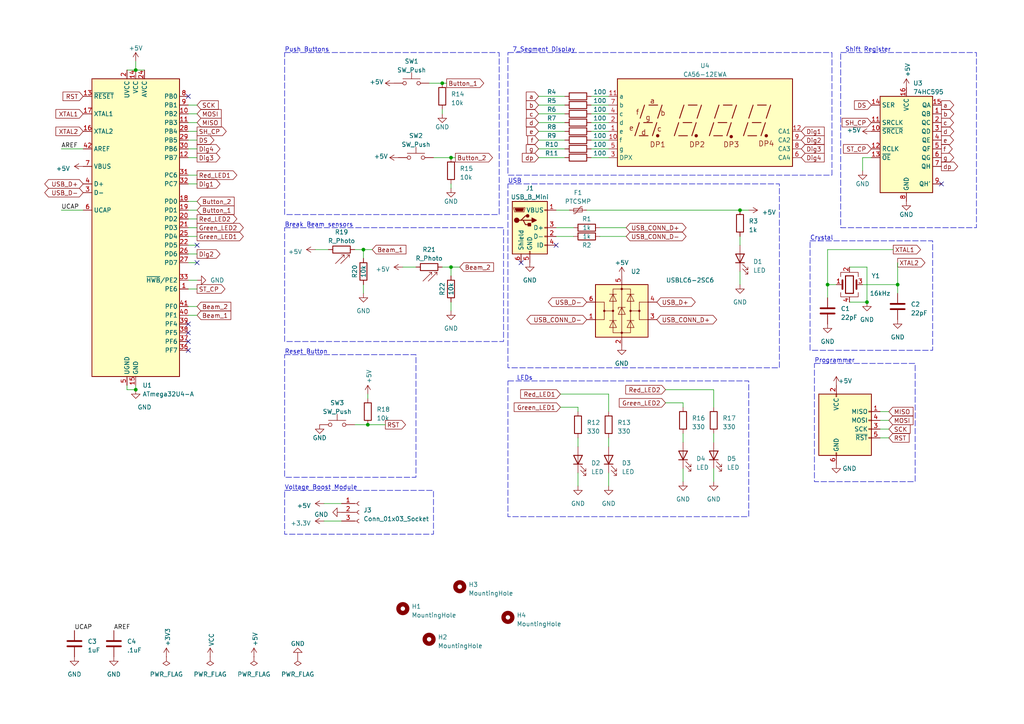
<source format=kicad_sch>
(kicad_sch (version 20230121) (generator eeschema)
  (paper "A4")
  (lib_symbols
    (symbol "+5V_1" (power) (pin_names (offset 0))
      (property "Value" "+5V_1" (at 0 3.556 0))
      (symbol "+5V_1_1_1"
        (pin power_in line (at 0 0 90) (length 0) hide (name "+5V") (number "1"))
      )
    )
    (symbol "+5V_3" (power) (pin_names (offset 0))
      (property "Value" "+5V_3" (at 0 3.556 0))
      (symbol "+5V_3_1_1"
        (pin power_in line (at 0 0 90) (length 0) hide (name "+5V") (number "1"))
      )
    )
    (symbol "+5V_4" (power) (pin_names (offset 0))
      (property "Value" "+5V_4" (at 0 3.556 0))
      (symbol "+5V_4_1_1"
        (pin power_in line (at 0 0 90) (length 0) hide (name "+5V") (number "1"))
      )
    )
    (symbol "+5V_5" (power) (pin_names (offset 0))
      (property "Value" "+5V_5" (at 0 3.556 0))
      (symbol "+5V_5_1_1"
        (pin power_in line (at 0 0 90) (length 0) hide (name "+5V") (number "1"))
      )
    )
    (symbol "+5V_6" (power) (pin_names (offset 0))
      (property "Value" "+5V_6" (at 0 3.556 0))
      (symbol "+5V_6_1_1"
        (pin power_in line (at 0 0 90) (length 0) hide (name "+5V") (number "1"))
      )
    )
    (symbol "+5V_7" (power) (pin_names (offset 0))
      (property "Value" "+5V_7" (at 0 3.556 0))
      (symbol "+5V_7_1_1"
        (pin power_in line (at 0 0 90) (length 0) hide (name "+5V") (number "1"))
      )
    )
    (symbol "74xx:74HC595"
      (property "Reference" "U" (at -7.62 13.97 0))
      (property "Value" "74HC595" (at -7.62 -16.51 0))
      (symbol "74HC595_1_0"
        (pin tri_state line (at 10.16 7.62 180) (length 2.54) (name "QB") (number "1"))
        (pin input line (at -10.16 2.54 0) (length 2.54) (name "~{SRCLR}") (number "10"))
        (pin input line (at -10.16 5.08 0) (length 2.54) (name "SRCLK") (number "11"))
        (pin input line (at -10.16 -2.54 0) (length 2.54) (name "RCLK") (number "12"))
        (pin input line (at -10.16 -5.08 0) (length 2.54) (name "~{OE}") (number "13"))
        (pin input line (at -10.16 10.16 0) (length 2.54) (name "SER") (number "14"))
        (pin tri_state line (at 10.16 10.16 180) (length 2.54) (name "QA") (number "15"))
        (pin power_in line (at 0 15.24 270) (length 2.54) (name "VCC") (number "16"))
        (pin tri_state line (at 10.16 5.08 180) (length 2.54) (name "QC") (number "2"))
        (pin tri_state line (at 10.16 2.54 180) (length 2.54) (name "QD") (number "3"))
        (pin tri_state line (at 10.16 0 180) (length 2.54) (name "QE") (number "4"))
        (pin tri_state line (at 10.16 -2.54 180) (length 2.54) (name "QF") (number "5"))
        (pin tri_state line (at 10.16 -5.08 180) (length 2.54) (name "QG") (number "6"))
        (pin tri_state line (at 10.16 -7.62 180) (length 2.54) (name "QH") (number "7"))
        (pin power_in line (at 0 -17.78 90) (length 2.54) (name "GND") (number "8"))
        (pin output line (at 10.16 -12.7 180) (length 2.54) (name "QH'") (number "9"))
      )
    )
    (symbol "Connector:AVR-ISP-6" (pin_names (offset 1.016))
      (property "Reference" "J" (at -6.35 11.43 0))
      (property "Value" "AVR-ISP-6" (at 0 11.43 0))
      (symbol "AVR-ISP-6_1_1"
        (pin passive line (at 10.16 5.08 180) (length 2.54) (name "MISO") (number "1"))
        (pin passive line (at -2.54 12.7 270) (length 2.54) (name "VCC") (number "2"))
        (pin passive line (at 10.16 0 180) (length 2.54) (name "SCK") (number "3"))
        (pin passive line (at 10.16 2.54 180) (length 2.54) (name "MOSI") (number "4"))
        (pin passive line (at 10.16 -2.54 180) (length 2.54) (name "~{RST}") (number "5"))
        (pin passive line (at -2.54 -10.16 90) (length 2.54) (name "GND") (number "6"))
      )
    )
    (symbol "Connector:Conn_01x03_Socket" (pin_names (offset 1.016) hide)
      (property "Reference" "J" (at 0 5.08 0))
      (property "Value" "Conn_01x03_Socket" (at 0 -5.08 0))
      (symbol "Conn_01x03_Socket_1_1"
        (pin passive line (at -5.08 2.54 0) (length 3.81) (name "Pin_1") (number "1"))
        (pin passive line (at -5.08 0 0) (length 3.81) (name "Pin_2") (number "2"))
        (pin passive line (at -5.08 -2.54 0) (length 3.81) (name "Pin_3") (number "3"))
      )
    )
    (symbol "Connector:USB_B_Mini" (pin_names (offset 1.016))
      (property "Reference" "J" (at -5.08 11.43 0))
      (property "Value" "USB_B_Mini" (at -5.08 8.89 0))
      (symbol "USB_B_Mini_1_1"
        (pin power_out line (at 7.62 5.08 180) (length 2.54) (name "VBUS") (number "1"))
        (pin bidirectional line (at 7.62 -2.54 180) (length 2.54) (name "D-") (number "2"))
        (pin bidirectional line (at 7.62 0 180) (length 2.54) (name "D+") (number "3"))
        (pin passive line (at 7.62 -5.08 180) (length 2.54) (name "ID") (number "4"))
        (pin power_out line (at 0 -10.16 90) (length 2.54) (name "GND") (number "5"))
        (pin passive line (at -2.54 -10.16 90) (length 2.54) (name "Shield") (number "6"))
      )
    )
    (symbol "Device:C" (pin_numbers hide) (pin_names (offset 0.254))
      (property "Reference" "C" (at 0.635 2.54 0))
      (property "Value" "C" (at 0.635 -2.54 0))
      (symbol "C_1_1"
        (pin passive line (at 0 3.81 270) (length 2.794) (name "~") (number "1"))
        (pin passive line (at 0 -3.81 90) (length 2.794) (name "~") (number "2"))
      )
    )
    (symbol "Device:Crystal_GND24" (pin_names (offset 1.016) hide)
      (property "Reference" "Y" (at 3.175 5.08 0))
      (property "Value" "Crystal_GND24" (at 3.175 3.175 0))
      (symbol "Crystal_GND24_1_1"
        (pin passive line (at -3.81 0 0) (length 1.27) (name "1") (number "1"))
        (pin passive line (at 0 5.08 270) (length 1.27) (name "2") (number "2"))
        (pin passive line (at 3.81 0 180) (length 1.27) (name "3") (number "3"))
        (pin passive line (at 0 -5.08 90) (length 1.27) (name "4") (number "4"))
      )
    )
    (symbol "Device:LED" (pin_numbers hide) (pin_names (offset 1.016) hide)
      (property "Reference" "D" (at 0 2.54 0))
      (property "Value" "LED" (at 0 -2.54 0))
      (symbol "LED_1_1"
        (pin passive line (at -3.81 0 0) (length 2.54) (name "K") (number "1"))
        (pin passive line (at 3.81 0 180) (length 2.54) (name "A") (number "2"))
      )
    )
    (symbol "Device:Polyfuse_Small" (pin_numbers hide) (pin_names (offset 0))
      (property "Reference" "F" (at -1.905 0 90))
      (property "Value" "Polyfuse_Small" (at 1.905 0 90))
      (symbol "Polyfuse_Small_1_1"
        (pin passive line (at 0 2.54 270) (length 0.635) (name "~") (number "1"))
        (pin passive line (at 0 -2.54 90) (length 0.635) (name "~") (number "2"))
      )
    )
    (symbol "Device:R" (pin_numbers hide) (pin_names (offset 0))
      (property "Reference" "R" (at 2.032 0 90))
      (property "Value" "R" (at 0 0 90))
      (symbol "R_1_1"
        (pin passive line (at 0 3.81 270) (length 1.27) (name "~") (number "1"))
        (pin passive line (at 0 -3.81 90) (length 1.27) (name "~") (number "2"))
      )
    )
    (symbol "Device:R_Photo" (pin_numbers hide) (pin_names (offset 0))
      (property "Reference" "R" (at 1.27 1.27 0))
      (property "Value" "R_Photo" (at 1.27 0 0))
      (symbol "R_Photo_1_1"
        (pin passive line (at 0 3.81 270) (length 1.27) (name "~") (number "1"))
        (pin passive line (at 0 -3.81 90) (length 1.27) (name "~") (number "2"))
      )
    )
    (symbol "Display_Character:CA56-12EWA"
      (property "Reference" "U" (at -24.13 13.97 0))
      (property "Value" "CA56-12EWA" (at 19.05 13.97 0))
      (symbol "CA56-12EWA_0_0"
        (text "a" (at -15.24 6.35 0) (effects (font (size 1.524 1.524))))
        (text "b" (at -12.192 2.794 0) (effects (font (size 1.524 1.524))))
        (text "c" (at -13.208 -1.778 0) (effects (font (size 1.524 1.524))))
        (text "d" (at -17.78 -2.794 0) (effects (font (size 1.524 1.524))))
        (text "DP1" (at -13.716 -6.35 0) (effects (font (size 1.524 1.524))))
        (text "DP2" (at -2.286 -6.35 0) (effects (font (size 1.524 1.524))))
        (text "DP3" (at 7.62 -6.35 0) (effects (font (size 1.524 1.524))))
        (text "DP4" (at 17.78 -6.096 0) (effects (font (size 1.524 1.524))))
        (text "e" (at -21.336 -1.524 0) (effects (font (size 1.524 1.524))))
        (text "f" (at -19.558 3.048 0) (effects (font (size 1.524 1.524))))
        (text "g" (at -16.51 1.524 0) (effects (font (size 1.524 1.524))))
      )
      (symbol "CA56-12EWA_1_1"
        (pin input line (at -27.94 -2.54 0) (length 2.54) (name "e") (number "1"))
        (pin input line (at -27.94 -5.08 0) (length 2.54) (name "f") (number "10"))
        (pin input line (at -27.94 7.62 0) (length 2.54) (name "a") (number "11"))
        (pin input line (at 27.94 -2.54 180) (length 2.54) (name "CA1") (number "12"))
        (pin input line (at -27.94 0 0) (length 2.54) (name "d") (number "2"))
        (pin input line (at -27.94 -10.16 0) (length 2.54) (name "DPX") (number "3"))
        (pin input line (at -27.94 2.54 0) (length 2.54) (name "c") (number "4"))
        (pin input line (at -27.94 -7.62 0) (length 2.54) (name "g") (number "5"))
        (pin input line (at 27.94 -10.16 180) (length 2.54) (name "CA4") (number "6"))
        (pin input line (at -27.94 5.08 0) (length 2.54) (name "b") (number "7"))
        (pin input line (at 27.94 -7.62 180) (length 2.54) (name "CA3") (number "8"))
        (pin input line (at 27.94 -5.08 180) (length 2.54) (name "CA2") (number "9"))
      )
    )
    (symbol "GND_1" (power) (pin_names (offset 0))
      (property "Value" "GND_1" (at 0 -3.81 0))
      (symbol "GND_1_1_1"
        (pin power_in line (at 0 0 270) (length 0) hide (name "GND") (number "1"))
      )
    )
    (symbol "GND_10" (power) (pin_names (offset 0))
      (property "Value" "GND_10" (at 0 -3.81 0))
      (symbol "GND_10_1_1"
        (pin power_in line (at 0 0 270) (length 0) hide (name "GND") (number "1"))
      )
    )
    (symbol "GND_2" (power) (pin_names (offset 0))
      (property "Value" "GND_2" (at 0 -3.81 0))
      (symbol "GND_2_1_1"
        (pin power_in line (at 0 0 270) (length 0) hide (name "GND") (number "1"))
      )
    )
    (symbol "GND_3" (power) (pin_names (offset 0))
      (property "Value" "GND_3" (at 0 -3.81 0))
      (symbol "GND_3_1_1"
        (pin power_in line (at 0 0 270) (length 0) hide (name "GND") (number "1"))
      )
    )
    (symbol "GND_4" (power) (pin_names (offset 0))
      (property "Value" "GND_4" (at 0 -3.81 0))
      (symbol "GND_4_1_1"
        (pin power_in line (at 0 0 270) (length 0) hide (name "GND") (number "1"))
      )
    )
    (symbol "GND_5" (power) (pin_names (offset 0))
      (property "Value" "GND_5" (at 0 -3.81 0))
      (symbol "GND_5_1_1"
        (pin power_in line (at 0 0 270) (length 0) hide (name "GND") (number "1"))
      )
    )
    (symbol "GND_6" (power) (pin_names (offset 0))
      (property "Value" "GND_6" (at 0 -3.81 0))
      (symbol "GND_6_1_1"
        (pin power_in line (at 0 0 270) (length 0) hide (name "GND") (number "1"))
      )
    )
    (symbol "GND_7" (power) (pin_names (offset 0))
      (property "Value" "GND_7" (at 0 -3.81 0))
      (symbol "GND_7_1_1"
        (pin power_in line (at 0 0 270) (length 0) hide (name "GND") (number "1"))
      )
    )
    (symbol "GND_9" (power) (pin_names (offset 0))
      (property "Value" "GND_9" (at 0 -3.81 0))
      (symbol "GND_9_1_1"
        (pin power_in line (at 0 0 270) (length 0) hide (name "GND") (number "1"))
      )
    )
    (symbol "MCU_Microchip_ATmega:ATmega32U4-A"
      (property "Reference" "U" (at -12.7 44.45 0))
      (property "Value" "ATmega32U4-A" (at 2.54 -44.45 0))
      (symbol "ATmega32U4-A_1_1"
        (pin bidirectional line (at 15.24 -17.78 180) (length 2.54) (name "PE6") (number "1"))
        (pin bidirectional line (at 15.24 33.02 180) (length 2.54) (name "PB2") (number "10"))
        (pin bidirectional line (at 15.24 30.48 180) (length 2.54) (name "PB3") (number "11"))
        (pin bidirectional line (at 15.24 20.32 180) (length 2.54) (name "PB7") (number "12"))
        (pin input line (at -15.24 38.1 0) (length 2.54) (name "~{RESET}") (number "13"))
        (pin power_in line (at 0 45.72 270) (length 2.54) (name "VCC") (number "14"))
        (pin power_in line (at 0 -45.72 90) (length 2.54) (name "GND") (number "15"))
        (pin output line (at -15.24 27.94 0) (length 2.54) (name "XTAL2") (number "16"))
        (pin input line (at -15.24 33.02 0) (length 2.54) (name "XTAL1") (number "17"))
        (pin bidirectional line (at 15.24 7.62 180) (length 2.54) (name "PD0") (number "18"))
        (pin bidirectional line (at 15.24 5.08 180) (length 2.54) (name "PD1") (number "19"))
        (pin power_in line (at -2.54 45.72 270) (length 2.54) (name "UVCC") (number "2"))
        (pin bidirectional line (at 15.24 2.54 180) (length 2.54) (name "PD2") (number "20"))
        (pin bidirectional line (at 15.24 0 180) (length 2.54) (name "PD3") (number "21"))
        (pin bidirectional line (at 15.24 -5.08 180) (length 2.54) (name "PD5") (number "22"))
        (pin passive line (at 0 -45.72 90) (length 2.54) hide (name "GND") (number "23"))
        (pin power_in line (at 2.54 45.72 270) (length 2.54) (name "AVCC") (number "24"))
        (pin bidirectional line (at 15.24 -2.54 180) (length 2.54) (name "PD4") (number "25"))
        (pin bidirectional line (at 15.24 -7.62 180) (length 2.54) (name "PD6") (number "26"))
        (pin bidirectional line (at 15.24 -10.16 180) (length 2.54) (name "PD7") (number "27"))
        (pin bidirectional line (at 15.24 27.94 180) (length 2.54) (name "PB4") (number "28"))
        (pin bidirectional line (at 15.24 25.4 180) (length 2.54) (name "PB5") (number "29"))
        (pin bidirectional line (at -15.24 10.16 0) (length 2.54) (name "D-") (number "3"))
        (pin bidirectional line (at 15.24 22.86 180) (length 2.54) (name "PB6") (number "30"))
        (pin bidirectional line (at 15.24 15.24 180) (length 2.54) (name "PC6") (number "31"))
        (pin bidirectional line (at 15.24 12.7 180) (length 2.54) (name "PC7") (number "32"))
        (pin bidirectional line (at 15.24 -15.24 180) (length 2.54) (name "~{HWB}/PE2") (number "33"))
        (pin passive line (at 0 45.72 270) (length 2.54) hide (name "VCC") (number "34"))
        (pin passive line (at 0 -45.72 90) (length 2.54) hide (name "GND") (number "35"))
        (pin bidirectional line (at 15.24 -35.56 180) (length 2.54) (name "PF7") (number "36"))
        (pin bidirectional line (at 15.24 -33.02 180) (length 2.54) (name "PF6") (number "37"))
        (pin bidirectional line (at 15.24 -30.48 180) (length 2.54) (name "PF5") (number "38"))
        (pin bidirectional line (at 15.24 -27.94 180) (length 2.54) (name "PF4") (number "39"))
        (pin bidirectional line (at -15.24 12.7 0) (length 2.54) (name "D+") (number "4"))
        (pin bidirectional line (at 15.24 -25.4 180) (length 2.54) (name "PF1") (number "40"))
        (pin bidirectional line (at 15.24 -22.86 180) (length 2.54) (name "PF0") (number "41"))
        (pin passive line (at -15.24 22.86 0) (length 2.54) (name "AREF") (number "42"))
        (pin passive line (at 0 -45.72 90) (length 2.54) hide (name "GND") (number "43"))
        (pin passive line (at 2.54 45.72 270) (length 2.54) hide (name "AVCC") (number "44"))
        (pin passive line (at -2.54 -45.72 90) (length 2.54) (name "UGND") (number "5"))
        (pin passive line (at -15.24 5.08 0) (length 2.54) (name "UCAP") (number "6"))
        (pin input line (at -15.24 17.78 0) (length 2.54) (name "VBUS") (number "7"))
        (pin bidirectional line (at 15.24 38.1 180) (length 2.54) (name "PB0") (number "8"))
        (pin bidirectional line (at 15.24 35.56 180) (length 2.54) (name "PB1") (number "9"))
      )
    )
    (symbol "Mechanical:MountingHole" (pin_names (offset 1.016))
      (property "Reference" "H" (at 0 5.08 0))
      (property "Value" "MountingHole" (at 0 3.175 0))
    )
    (symbol "Power_Protection:USBLC6-2SC6" (pin_names hide)
      (property "Reference" "U" (at 2.54 8.89 0))
      (property "Value" "USBLC6-2SC6" (at 2.54 -8.89 0))
      (symbol "USBLC6-2SC6_1_1"
        (pin passive line (at -10.16 -2.54 0) (length 2.54) (name "I/O1") (number "1"))
        (pin passive line (at 0 -10.16 90) (length 2.54) (name "GND") (number "2"))
        (pin passive line (at 10.16 -2.54 180) (length 2.54) (name "I/O2") (number "3"))
        (pin passive line (at 10.16 2.54 180) (length 2.54) (name "I/O2") (number "4"))
        (pin passive line (at 0 10.16 270) (length 2.54) (name "VBUS") (number "5"))
        (pin passive line (at -10.16 2.54 0) (length 2.54) (name "I/O1") (number "6"))
      )
    )
    (symbol "Switch:SW_Push" (pin_numbers hide) (pin_names (offset 1.016) hide)
      (property "Reference" "SW" (at 1.27 2.54 0))
      (property "Value" "SW_Push" (at 0 -1.524 0))
      (symbol "SW_Push_0_1"
        (pin passive line (at -5.08 0 0) (length 2.54) (name "1") (number "1"))
        (pin passive line (at 5.08 0 180) (length 2.54) (name "2") (number "2"))
      )
    )
    (symbol "power:+3.3V" (power) (pin_names (offset 0))
      (property "Value" "+3.3V" (at 0 3.556 0))
      (symbol "+3.3V_1_1"
        (pin power_in line (at 0 0 90) (length 0) hide (name "+3.3V") (number "1"))
      )
    )
    (symbol "power:+3V3" (power) (pin_names (offset 0))
      (property "Value" "+3V3" (at 0 3.556 0))
      (symbol "+3V3_1_1"
        (pin power_in line (at 0 0 90) (length 0) hide (name "+3V3") (number "1"))
      )
    )
    (symbol "power:+5V" (power) (pin_names (offset 0))
      (property "Value" "+5V" (at 0 3.556 0))
      (symbol "+5V_1_1"
        (pin power_in line (at 0 0 90) (length 0) hide (name "+5V") (number "1"))
      )
    )
    (symbol "power:GND" (power) (pin_names (offset 0))
      (property "Value" "GND" (at 0 -3.81 0))
      (symbol "GND_1_1"
        (pin power_in line (at 0 0 270) (length 0) hide (name "GND") (number "1"))
      )
    )
    (symbol "power:PWR_FLAG" (power) (pin_numbers hide) (pin_names (offset 0) hide)
      (property "Value" "PWR_FLAG" (at 0 3.81 0))
      (symbol "PWR_FLAG_0_0"
        (pin power_out line (at 0 0 90) (length 0) (name "pwr") (number "1"))
      )
    )
    (symbol "power:VCC" (power) (pin_names (offset 0))
      (property "Value" "VCC" (at 0 3.81 0))
      (symbol "VCC_1_1"
        (pin power_in line (at 0 0 90) (length 0) hide (name "VCC") (number "1"))
      )
    )
  )
  (junction (at 260.35 82.55))
  (junction (at 39.37 20.32))
  (junction (at 130.81 77.47))
  (junction (at 240.03 82.55))
  (junction (at 39.37 113.03))
  (junction (at 106.68 123.19))
  (junction (at 105.41 72.39))
  (junction (at 128.27 24.13))
  (junction (at 130.81 45.72))
  (junction (at 214.63 60.96))
  (junction (at 251.46 87.63))
  (no_connect (at 54.61 93.98))
  (no_connect (at 161.29 71.12))
  (no_connect (at 54.61 101.6))
  (no_connect (at 151.13 76.2))
  (no_connect (at 273.05 53.34))
  (no_connect (at 57.15 71.12))
  (no_connect (at 57.15 76.2))
  (no_connect (at 54.61 27.94))
  (no_connect (at 54.61 96.52))
  (no_connect (at 54.61 99.06))
  (wire (pts (xy 54.61 81.28) (xy 57.15 81.28)))
  (wire (pts (xy 260.35 82.55) (xy 260.35 85.09)))
  (wire (pts (xy 240.03 72.39) (xy 240.03 82.55)))
  (wire (pts (xy 166.37 66.04) (xy 161.29 66.04)))
  (wire (pts (xy 156.21 35.56) (xy 163.83 35.56)))
  (wire (pts (xy 57.15 30.48) (xy 54.61 30.48)))
  (wire (pts (xy 170.18 60.96) (xy 214.63 60.96)))
  (wire (pts (xy 156.21 33.02) (xy 163.83 33.02)))
  (wire (pts (xy 106.68 114.3) (xy 106.68 115.57)))
  (wire (pts (xy 105.41 82.55) (xy 105.41 85.09)))
  (wire (pts (xy 162.56 114.3) (xy 176.53 114.3)))
  (wire (pts (xy 130.81 45.72) (xy 132.08 45.72)))
  (wire (pts (xy 171.45 35.56) (xy 176.53 35.56)))
  (wire (pts (xy 207.01 125.73) (xy 207.01 128.27)))
  (wire (pts (xy 57.15 63.5) (xy 54.61 63.5)))
  (wire (pts (xy 54.61 40.64) (xy 57.15 40.64)))
  (wire (pts (xy 39.37 111.76) (xy 39.37 113.03)))
  (wire (pts (xy 198.12 116.84) (xy 193.04 116.84)))
  (wire (pts (xy 171.45 27.94) (xy 176.53 27.94)))
  (wire (pts (xy 91.44 72.39) (xy 95.25 72.39)))
  (wire (pts (xy 54.61 50.8) (xy 57.15 50.8)))
  (wire (pts (xy 102.87 72.39) (xy 105.41 72.39)))
  (wire (pts (xy 171.45 38.1) (xy 176.53 38.1)))
  (wire (pts (xy 193.04 113.03) (xy 207.01 113.03)))
  (wire (pts (xy 198.12 125.73) (xy 198.12 128.27)))
  (wire (pts (xy 130.81 87.63) (xy 130.81 90.17)))
  (wire (pts (xy 54.61 43.18) (xy 57.15 43.18)))
  (wire (pts (xy 198.12 135.89) (xy 198.12 139.7)))
  (wire (pts (xy 105.41 72.39) (xy 107.95 72.39)))
  (wire (pts (xy 156.21 30.48) (xy 163.83 30.48)))
  (wire (pts (xy 257.81 121.92) (xy 255.27 121.92)))
  (wire (pts (xy 167.64 119.38) (xy 167.64 118.11)))
  (wire (pts (xy 246.38 77.47) (xy 251.46 77.47)))
  (wire (pts (xy 17.78 60.96) (xy 24.13 60.96)))
  (wire (pts (xy 252.73 45.72) (xy 250.19 45.72)))
  (wire (pts (xy 257.81 127) (xy 255.27 127)))
  (wire (pts (xy 240.03 82.55) (xy 240.03 86.36)))
  (wire (pts (xy 130.81 53.34) (xy 130.81 54.61)))
  (wire (pts (xy 246.38 87.63) (xy 251.46 87.63)))
  (wire (pts (xy 257.81 119.38) (xy 255.27 119.38)))
  (wire (pts (xy 128.27 77.47) (xy 130.81 77.47)))
  (wire (pts (xy 93.98 151.13) (xy 99.06 151.13)))
  (wire (pts (xy 128.27 31.75) (xy 128.27 33.02)))
  (wire (pts (xy 156.21 38.1) (xy 163.83 38.1)))
  (wire (pts (xy 54.61 38.1) (xy 57.15 38.1)))
  (wire (pts (xy 214.63 68.58) (xy 214.63 71.12)))
  (wire (pts (xy 257.81 124.46) (xy 255.27 124.46)))
  (wire (pts (xy 171.45 40.64) (xy 176.53 40.64)))
  (wire (pts (xy 36.83 113.03) (xy 36.83 111.76)))
  (wire (pts (xy 217.17 60.96) (xy 214.63 60.96)))
  (wire (pts (xy 207.01 113.03) (xy 207.01 118.11)))
  (wire (pts (xy 57.15 60.96) (xy 54.61 60.96)))
  (wire (pts (xy 250.19 82.55) (xy 260.35 82.55)))
  (wire (pts (xy 17.78 43.18) (xy 24.13 43.18)))
  (wire (pts (xy 57.15 83.82) (xy 54.61 83.82)))
  (wire (pts (xy 167.64 127) (xy 167.64 129.54)))
  (wire (pts (xy 156.21 45.72) (xy 163.83 45.72)))
  (wire (pts (xy 116.84 77.47) (xy 120.65 77.47)))
  (wire (pts (xy 214.63 78.74) (xy 214.63 82.55)))
  (wire (pts (xy 167.64 137.16) (xy 167.64 140.97)))
  (wire (pts (xy 105.41 72.39) (xy 105.41 74.93)))
  (wire (pts (xy 130.81 77.47) (xy 130.81 80.01)))
  (wire (pts (xy 54.61 45.72) (xy 57.15 45.72)))
  (wire (pts (xy 57.15 76.2) (xy 54.61 76.2)))
  (wire (pts (xy 260.35 76.2) (xy 260.35 82.55)))
  (wire (pts (xy 102.87 123.19) (xy 106.68 123.19)))
  (wire (pts (xy 207.01 135.89) (xy 207.01 139.7)))
  (wire (pts (xy 176.53 127) (xy 176.53 129.54)))
  (wire (pts (xy 251.46 77.47) (xy 251.46 87.63)))
  (wire (pts (xy 57.15 58.42) (xy 54.61 58.42)))
  (wire (pts (xy 39.37 20.32) (xy 41.91 20.32)))
  (wire (pts (xy 57.15 73.66) (xy 54.61 73.66)))
  (wire (pts (xy 54.61 53.34) (xy 57.15 53.34)))
  (wire (pts (xy 167.64 118.11) (xy 162.56 118.11)))
  (wire (pts (xy 54.61 88.9) (xy 57.15 88.9)))
  (wire (pts (xy 57.15 33.02) (xy 54.61 33.02)))
  (wire (pts (xy 125.73 45.72) (xy 130.81 45.72)))
  (wire (pts (xy 242.57 82.55) (xy 240.03 82.55)))
  (wire (pts (xy 259.08 72.39) (xy 240.03 72.39)))
  (wire (pts (xy 128.27 24.13) (xy 129.54 24.13)))
  (wire (pts (xy 176.53 114.3) (xy 176.53 119.38)))
  (wire (pts (xy 250.19 45.72) (xy 250.19 49.53)))
  (wire (pts (xy 57.15 71.12) (xy 54.61 71.12)))
  (wire (pts (xy 198.12 118.11) (xy 198.12 116.84)))
  (wire (pts (xy 156.21 43.18) (xy 163.83 43.18)))
  (wire (pts (xy 156.21 27.94) (xy 163.83 27.94)))
  (wire (pts (xy 130.81 77.47) (xy 133.35 77.47)))
  (wire (pts (xy 57.15 35.56) (xy 54.61 35.56)))
  (wire (pts (xy 57.15 68.58) (xy 54.61 68.58)))
  (wire (pts (xy 124.46 24.13) (xy 128.27 24.13)))
  (wire (pts (xy 176.53 137.16) (xy 176.53 140.97)))
  (wire (pts (xy 171.45 33.02) (xy 176.53 33.02)))
  (wire (pts (xy 173.99 68.58) (xy 181.61 68.58)))
  (wire (pts (xy 171.45 30.48) (xy 176.53 30.48)))
  (wire (pts (xy 106.68 123.19) (xy 111.76 123.19)))
  (wire (pts (xy 36.83 20.32) (xy 39.37 20.32)))
  (wire (pts (xy 39.37 17.78) (xy 39.37 20.32)))
  (wire (pts (xy 57.15 66.04) (xy 54.61 66.04)))
  (wire (pts (xy 161.29 60.96) (xy 165.1 60.96)))
  (wire (pts (xy 156.21 40.64) (xy 163.83 40.64)))
  (wire (pts (xy 171.45 43.18) (xy 176.53 43.18)))
  (wire (pts (xy 39.37 113.03) (xy 36.83 113.03)))
  (wire (pts (xy 166.37 68.58) (xy 161.29 68.58)))
  (wire (pts (xy 171.45 45.72) (xy 176.53 45.72)))
  (wire (pts (xy 93.98 146.05) (xy 99.06 146.05)))
  (wire (pts (xy 173.99 66.04) (xy 181.61 66.04)))
  (wire (pts (xy 54.61 91.44) (xy 57.15 91.44)))
  (rectangle (start 82.55 142.24) (end 125.73 154.94) (stroke (width 0) (type dash)))
  (rectangle (start 115.57 138.43) (end 115.57 138.43))
  (rectangle (start 82.55 66.04) (end 146.05 99.06) (stroke (width 0) (type dash)))
  (rectangle (start 147.32 15.24) (end 241.3 50.8) (stroke (width 0) (type dash)))
  (rectangle (start 82.55 102.87) (end 120.65 138.43) (stroke (width 0) (type dash)))
  (rectangle (start 147.32 53.34) (end 226.06 106.68) (stroke (width 0) (type dash)))
  (rectangle (start 121.92 99.06) (end 121.92 99.06))
  (rectangle (start 147.32 110.49) (end 217.17 149.86) (stroke (width 0) (type dash)))
  (rectangle (start 165.1 15.24) (end 165.1 15.24))
  (rectangle (start 243.84 15.24) (end 283.21 66.04) (stroke (width 0) (type dash)))
  (rectangle (start 234.95 69.85) (end 270.51 101.6) (stroke (width 0) (type dash)))
  (rectangle (start 82.55 15.24) (end 144.78 62.23) (stroke (width 0) (type dash)))
  (rectangle (start 236.22 105.41) (end 265.43 139.7) (stroke (width 0) (type dash)))
  (text "Programmer" (at 236.22 105.41 0) (effects (font (size 1.27 1.27)) (justify left bottom)))
  (text "Shift Register" (at 245.11 15.24 0) (effects (font (size 1.27 1.27)) (justify left bottom)))
  (text "Reset Button" (at 82.55 102.87 0) (effects (font (size 1.27 1.27)) (justify left bottom)))
  (text "Voltage Boost Module" (at 82.55 142.24 0) (effects (font (size 1.27 1.27)) (justify left bottom)))
  (text "USB" (at 147.32 53.34 0) (effects (font (size 1.27 1.27)) (justify left bottom)))
  (text "LEDs" (at 149.86 110.49 0) (effects (font (size 1.27 1.27)) (justify left bottom)))
  (text "Crystal" (at 234.95 69.85 0) (effects (font (size 1.27 1.27)) (justify left bottom)))
  (text "7_Segment Display" (at 148.59 15.24 0) (effects (font (size 1.27 1.27)) (justify left bottom)))
  (text "Break Beam sensors" (at 82.55 66.04 0) (effects (font (size 1.27 1.27)) (justify left bottom)))
  (text "Push Buttons" (at 82.55 15.24 0) (effects (font (size 1.27 1.27)) (justify left bottom)))
  (label "AREF" (at 33.02 182.88 0))
  (label "UCAP" (at 17.78 60.96 0))
  (label "UCAP" (at 21.59 182.88 0))
  (label "AREF" (at 17.78 43.18 0))
  (global_label "g" (shape input) (at 156.21 43.18 180) (property "Intersheetrefs" "${INTERSHEET_REFS}" (effects hide)))
  (global_label "XTAL2" (shape input) (at 24.13 38.1 180) (property "Intersheetrefs" "${INTERSHEET_REFS}" (effects hide)))
  (global_label "Button_2" (shape output) (at 132.08 45.72 0) (property "Intersheetrefs" "${INTERSHEET_REFS}" (effects hide)))
  (global_label "USB_D+" (shape bidirectional) (at 24.13 53.34 180) (property "Intersheetrefs" "${INTERSHEET_REFS}" (effects hide)))
  (global_label "Green_LED1" (shape input) (at 162.56 118.11 180) (property "Intersheetrefs" "${INTERSHEET_REFS}" (effects hide)))
  (global_label "XTAL1" (shape input) (at 24.13 33.02 180) (property "Intersheetrefs" "${INTERSHEET_REFS}" (effects hide)))
  (global_label "d" (shape output) (at 273.05 38.1 0) (property "Intersheetrefs" "${INTERSHEET_REFS}" (effects hide)))
  (global_label "g" (shape output) (at 273.05 45.72 0) (property "Intersheetrefs" "${INTERSHEET_REFS}" (effects hide)))
  (global_label "Green_LED1" (shape output) (at 57.15 68.58 0) (property "Intersheetrefs" "${INTERSHEET_REFS}" (effects hide)))
  (global_label "Dig2" (shape output) (at 57.15 73.66 0) (property "Intersheetrefs" "${INTERSHEET_REFS}" (effects hide)))
  (global_label "Beam_1" (shape input) (at 107.95 72.39 0) (property "Intersheetrefs" "${INTERSHEET_REFS}" (effects hide)))
  (global_label "USB_CONN_D+" (shape bidirectional) (at 181.61 66.04 0) (property "Intersheetrefs" "${INTERSHEET_REFS}" (effects hide)))
  (global_label "ST_CP" (shape input) (at 252.73 43.18 180) (property "Intersheetrefs" "${INTERSHEET_REFS}" (effects hide)))
  (global_label "SH_CP" (shape input) (at 252.73 35.56 180) (property "Intersheetrefs" "${INTERSHEET_REFS}" (effects hide)))
  (global_label "c" (shape output) (at 273.05 35.56 0) (property "Intersheetrefs" "${INTERSHEET_REFS}" (effects hide)))
  (global_label "DS" (shape output) (at 57.15 40.64 0) (property "Intersheetrefs" "${INTERSHEET_REFS}" (effects hide)))
  (global_label "f" (shape input) (at 156.21 40.64 180) (property "Intersheetrefs" "${INTERSHEET_REFS}" (effects hide)))
  (global_label "c" (shape input) (at 156.21 33.02 180) (property "Intersheetrefs" "${INTERSHEET_REFS}" (effects hide)))
  (global_label "Dig2" (shape input) (at 232.41 40.64 0) (property "Intersheetrefs" "${INTERSHEET_REFS}" (effects hide)))
  (global_label "e" (shape input) (at 156.21 38.1 180) (property "Intersheetrefs" "${INTERSHEET_REFS}" (effects hide)))
  (global_label "MOSI" (shape input) (at 257.81 121.92 0) (property "Intersheetrefs" "${INTERSHEET_REFS}" (effects hide)))
  (global_label "Red_LED2" (shape output) (at 57.15 63.5 0) (property "Intersheetrefs" "${INTERSHEET_REFS}" (effects hide)))
  (global_label "b" (shape output) (at 273.05 33.02 0) (property "Intersheetrefs" "${INTERSHEET_REFS}" (effects hide)))
  (global_label "Button_2" (shape input) (at 57.15 58.42 0) (property "Intersheetrefs" "${INTERSHEET_REFS}" (effects hide)))
  (global_label "XTAL2" (shape output) (at 260.35 76.2 0) (property "Intersheetrefs" "${INTERSHEET_REFS}" (effects hide)))
  (global_label "USB_D-" (shape bidirectional) (at 24.13 55.88 180) (property "Intersheetrefs" "${INTERSHEET_REFS}" (effects hide)))
  (global_label "Red_LED1" (shape input) (at 162.56 114.3 180) (property "Intersheetrefs" "${INTERSHEET_REFS}" (effects hide)))
  (global_label "Beam_2" (shape input) (at 133.35 77.47 0) (property "Intersheetrefs" "${INTERSHEET_REFS}" (effects hide)))
  (global_label "Green_LED2" (shape output) (at 57.15 66.04 0) (property "Intersheetrefs" "${INTERSHEET_REFS}" (effects hide)))
  (global_label "dp" (shape input) (at 156.21 45.72 180) (property "Intersheetrefs" "${INTERSHEET_REFS}" (effects hide)))
  (global_label "MISO" (shape input) (at 257.81 119.38 0) (property "Intersheetrefs" "${INTERSHEET_REFS}" (effects hide)))
  (global_label "e" (shape output) (at 273.05 40.64 0) (property "Intersheetrefs" "${INTERSHEET_REFS}" (effects hide)))
  (global_label "Red_LED2" (shape input) (at 193.04 113.03 180) (property "Intersheetrefs" "${INTERSHEET_REFS}" (effects hide)))
  (global_label "Button_1" (shape output) (at 129.54 24.13 0) (property "Intersheetrefs" "${INTERSHEET_REFS}" (effects hide)))
  (global_label "SCK" (shape input) (at 57.15 30.48 0) (property "Intersheetrefs" "${INTERSHEET_REFS}" (effects hide)))
  (global_label "Dig4" (shape output) (at 57.15 43.18 0) (property "Intersheetrefs" "${INTERSHEET_REFS}" (effects hide)))
  (global_label "USB_CONN_D-" (shape bidirectional) (at 181.61 68.58 0) (property "Intersheetrefs" "${INTERSHEET_REFS}" (effects hide)))
  (global_label "b" (shape input) (at 156.21 30.48 180) (property "Intersheetrefs" "${INTERSHEET_REFS}" (effects hide)))
  (global_label "Beam_2" (shape input) (at 57.15 88.9 0) (property "Intersheetrefs" "${INTERSHEET_REFS}" (effects hide)))
  (global_label "Red_LED1" (shape output) (at 57.15 50.8 0) (property "Intersheetrefs" "${INTERSHEET_REFS}" (effects hide)))
  (global_label "Dig1" (shape output) (at 57.15 53.34 0) (property "Intersheetrefs" "${INTERSHEET_REFS}" (effects hide)))
  (global_label "Beam_1" (shape input) (at 57.15 91.44 0) (property "Intersheetrefs" "${INTERSHEET_REFS}" (effects hide)))
  (global_label "Dig3" (shape output) (at 57.15 45.72 0) (property "Intersheetrefs" "${INTERSHEET_REFS}" (effects hide)))
  (global_label "RST" (shape input) (at 257.81 127 0) (property "Intersheetrefs" "${INTERSHEET_REFS}" (effects hide)))
  (global_label "USB_D+" (shape bidirectional) (at 190.5 87.63 0) (property "Intersheetrefs" "${INTERSHEET_REFS}" (effects hide)))
  (global_label "a" (shape output) (at 273.05 30.48 0) (property "Intersheetrefs" "${INTERSHEET_REFS}" (effects hide)))
  (global_label "SCK" (shape input) (at 257.81 124.46 0) (property "Intersheetrefs" "${INTERSHEET_REFS}" (effects hide)))
  (global_label "d" (shape input) (at 156.21 35.56 180) (property "Intersheetrefs" "${INTERSHEET_REFS}" (effects hide)))
  (global_label "Dig3" (shape input) (at 232.41 43.18 0) (property "Intersheetrefs" "${INTERSHEET_REFS}" (effects hide)))
  (global_label "RST" (shape output) (at 111.76 123.19 0) (property "Intersheetrefs" "${INTERSHEET_REFS}" (effects hide)))
  (global_label "DS" (shape input) (at 252.73 30.48 180) (property "Intersheetrefs" "${INTERSHEET_REFS}" (effects hide)))
  (global_label "MOSI" (shape input) (at 57.15 33.02 0) (property "Intersheetrefs" "${INTERSHEET_REFS}" (effects hide)))
  (global_label "Dig1" (shape input) (at 232.41 38.1 0) (property "Intersheetrefs" "${INTERSHEET_REFS}" (effects hide)))
  (global_label "RST" (shape input) (at 24.13 27.94 180) (property "Intersheetrefs" "${INTERSHEET_REFS}" (effects hide)))
  (global_label "SH_CP" (shape output) (at 57.15 38.1 0) (property "Intersheetrefs" "${INTERSHEET_REFS}" (effects hide)))
  (global_label "ST_CP" (shape output) (at 57.15 83.82 0) (property "Intersheetrefs" "${INTERSHEET_REFS}" (effects hide)))
  (global_label "dp" (shape output) (at 273.05 48.26 0) (property "Intersheetrefs" "${INTERSHEET_REFS}" (effects hide)))
  (global_label "Button_1" (shape input) (at 57.15 60.96 0) (property "Intersheetrefs" "${INTERSHEET_REFS}" (effects hide)))
  (global_label "USB_CONN_D-" (shape bidirectional) (at 170.18 92.71 180) (property "Intersheetrefs" "${INTERSHEET_REFS}" (effects hide)))
  (global_label "Green_LED2" (shape input) (at 193.04 116.84 180) (property "Intersheetrefs" "${INTERSHEET_REFS}" (effects hide)))
  (global_label "a" (shape input) (at 156.21 27.94 180) (property "Intersheetrefs" "${INTERSHEET_REFS}" (effects hide)))
  (global_label "f" (shape output) (at 273.05 43.18 0) (property "Intersheetrefs" "${INTERSHEET_REFS}" (effects hide)))
  (global_label "USB_CONN_D+" (shape bidirectional) (at 190.5 92.71 0) (property "Intersheetrefs" "${INTERSHEET_REFS}" (effects hide)))
  (global_label "Dig4" (shape input) (at 232.41 45.72 0) (property "Intersheetrefs" "${INTERSHEET_REFS}" (effects hide)))
  (global_label "XTAL1" (shape output) (at 259.08 72.39 0) (property "Intersheetrefs" "${INTERSHEET_REFS}" (effects hide)))
  (global_label "USB_D-" (shape bidirectional) (at 170.18 87.63 180) (property "Intersheetrefs" "${INTERSHEET_REFS}" (effects hide)))
  (global_label "MISO" (shape input) (at 57.15 35.56 0) (property "Intersheetrefs" "${INTERSHEET_REFS}" (effects hide)))
  (symbol (lib_id "Connector:USB_B_Mini") (at 153.67 66.04 0) (unit 1)
    (property "Reference" "J1" (at 153.67 54.61 0))
    (property "Value" "USB_B_Mini" (at 153.67 57.15 0))
    (property "Footprint" "Connector_USB:USB_Mini-B_Lumberg_2486_01_Horizontal" (effects hide))
  )
  (symbol (lib_name "+5V_4") (lib_id "power:+5V") (at 217.17 60.96 270) (unit 1)
    (property "Reference" "#PWR08" (effects hide))
    (property "Value" "+5V" (at 220.98 61.595 90) (effects (justify left)))
  )
  (symbol (lib_id "Device:LED") (at 176.53 133.35 90) (unit 1)
    (property "Reference" "D3" (at 180.34 134.3025 90) (effects (justify right)))
    (property "Value" "LED" (at 180.34 136.8425 90) (effects (justify right)))
    (property "Footprint" "LED_THT:LED_D5.0mm_Clear" (effects hide))
  )
  (symbol (lib_id "power:GND") (at 130.81 54.61 0) (unit 1)
    (property "Reference" "#PWR022" (effects hide))
    (property "Value" "GND" (at 130.81 58.42 0))
  )
  (symbol (lib_id "power:GND") (at 262.89 58.42 0) (unit 1)
    (property "Reference" "#PWR012" (effects hide))
    (property "Value" "GND" (at 262.89 62.23 0))
  )
  (symbol (lib_id "Device:R") (at 167.64 40.64 90) (unit 1)
    (property "Reference" "R9" (at 160.02 39.37 90))
    (property "Value" "100" (at 173.99 39.37 90))
    (property "Footprint" "Resistor_THT:R_Axial_DIN0207_L6.3mm_D2.5mm_P10.16mm_Horizontal" (effects hide))
  )
  (symbol (lib_id "Mechanical:MountingHole") (at 133.35 170.18 0) (unit 1)
    (property "Reference" "H3" (at 135.89 169.545 0) (effects (justify left)))
    (property "Value" "MountingHole" (at 135.89 172.085 0) (effects (justify left)))
    (property "Footprint" "MountingHole:MountingHole_3mm" (effects hide))
  )
  (symbol (lib_id "Device:LED") (at 214.63 74.93 90) (unit 1)
    (property "Reference" "D1" (at 218.44 75.8825 90) (effects (justify right)))
    (property "Value" "LED" (at 218.44 78.4225 90) (effects (justify right)))
    (property "Footprint" "LED_THT:LED_D5.0mm_Clear" (effects hide))
  )
  (symbol (lib_id "Device:R") (at 167.64 33.02 90) (unit 1)
    (property "Reference" "R6" (at 160.02 31.75 90))
    (property "Value" "100" (at 173.99 31.75 90))
    (property "Footprint" "Resistor_THT:R_Axial_DIN0207_L6.3mm_D2.5mm_P10.16mm_Horizontal" (effects hide))
  )
  (symbol (lib_name "GND_9") (lib_id "power:GND") (at 99.06 148.59 270) (unit 1)
    (property "Reference" "#PWR049" (effects hide))
    (property "Value" "GND" (at 95.25 149.225 90) (effects (justify right)))
  )
  (symbol (lib_id "Device:R_Photo") (at 99.06 72.39 90) (unit 1)
    (property "Reference" "R19" (at 99.06 67.31 90))
    (property "Value" "R_Photo" (at 99.06 69.85 90))
    (property "Footprint" "LED_THT:LED_D5.0mm_Clear" (effects hide))
  )
  (symbol (lib_name "GND_5") (lib_id "power:GND") (at 33.02 190.5 0) (unit 1)
    (property "Reference" "#PWR026" (effects hide))
    (property "Value" "GND" (at 33.02 195.58 0))
  )
  (symbol (lib_id "Mechanical:MountingHole") (at 147.32 179.07 0) (unit 1)
    (property "Reference" "H4" (at 149.86 178.435 0) (effects (justify left)))
    (property "Value" "MountingHole" (at 149.86 180.975 0) (effects (justify left)))
    (property "Footprint" "MountingHole:MountingHole_3mm" (effects hide))
  )
  (symbol (lib_id "Device:R") (at 207.01 121.92 0) (unit 1)
    (property "Reference" "R17" (at 209.55 121.285 0) (effects (justify left)))
    (property "Value" "330" (at 209.55 123.825 0) (effects (justify left)))
    (property "Footprint" "Resistor_THT:R_Axial_DIN0207_L6.3mm_D2.5mm_P10.16mm_Horizontal" (effects hide))
  )
  (symbol (lib_name "GND_2") (lib_id "power:GND") (at 130.81 90.17 0) (unit 1)
    (property "Reference" "#PWR035" (effects hide))
    (property "Value" "GND" (at 130.81 95.25 0))
  )
  (symbol (lib_id "Device:LED") (at 167.64 133.35 90) (unit 1)
    (property "Reference" "D2" (at 171.45 134.3025 90) (effects (justify right)))
    (property "Value" "LED" (at 171.45 136.8425 90) (effects (justify right)))
    (property "Footprint" "LED_THT:LED_D5.0mm_Clear" (effects hide))
  )
  (symbol (lib_id "power:PWR_FLAG") (at 60.96 190.5 180) (unit 1)
    (property "Reference" "#FLG02" (effects hide))
    (property "Value" "PWR_FLAG" (at 60.96 195.58 0))
  )
  (symbol (lib_id "Device:R") (at 170.18 68.58 90) (unit 1)
    (property "Reference" "R2" (at 170.18 71.12 90))
    (property "Value" "1k" (at 170.18 68.58 90))
    (property "Footprint" "Resistor_THT:R_Axial_DIN0207_L6.3mm_D2.5mm_P10.16mm_Horizontal" (effects hide))
  )
  (symbol (lib_name "GND_1") (lib_id "power:GND") (at 198.12 139.7 0) (unit 1)
    (property "Reference" "#PWR023" (effects hide))
    (property "Value" "GND" (at 198.12 144.78 0))
  )
  (symbol (lib_id "Device:R_Photo") (at 124.46 77.47 90) (unit 1)
    (property "Reference" "R21" (at 124.46 72.39 90))
    (property "Value" "R_Photo" (at 124.46 74.93 90))
    (property "Footprint" "LED_THT:LED_D5.0mm_Clear" (effects hide))
  )
  (symbol (lib_name "+5V_1") (lib_id "power:+5V") (at 39.37 17.78 0) (unit 1)
    (property "Reference" "#PWR038" (effects hide))
    (property "Value" "+5V" (at 39.37 13.97 0))
  )
  (symbol (lib_id "power:+5V") (at 73.66 190.5 0) (unit 1)
    (property "Reference" "#PWR029" (effects hide))
    (property "Value" "+5V" (at 74.0156 187.452 90) (effects (justify left)))
  )
  (symbol (lib_id "Device:R") (at 170.18 66.04 90) (unit 1)
    (property "Reference" "R1" (at 170.18 63.5 90))
    (property "Value" "1k" (at 170.18 66.04 90))
    (property "Footprint" "Resistor_THT:R_Axial_DIN0207_L6.3mm_D2.5mm_P10.16mm_Horizontal" (effects hide))
  )
  (symbol (lib_id "Device:R") (at 167.64 30.48 90) (unit 1)
    (property "Reference" "R5" (at 160.02 29.21 90))
    (property "Value" "100" (at 173.99 29.21 90))
    (property "Footprint" "Resistor_THT:R_Axial_DIN0207_L6.3mm_D2.5mm_P10.16mm_Horizontal" (effects hide))
  )
  (symbol (lib_id "power:+5V") (at 114.3 24.13 90) (unit 1)
    (property "Reference" "#PWR019" (effects hide))
    (property "Value" "+5V" (at 111.252 23.7744 90) (effects (justify left)))
  )
  (symbol (lib_id "Device:Crystal_GND24") (at 246.38 82.55 0) (unit 1)
    (property "Reference" "Y1" (at 254 80.01 0))
    (property "Value" "16kHz" (at 255.27 85.09 0))
    (property "Footprint" "Crystal:Crystal_SMD_Abracon_ABM8G-4Pin_3.2x2.5mm" (effects hide))
  )
  (symbol (lib_id "Display_Character:CA56-12EWA") (at 204.47 35.56 0) (unit 1)
    (property "Reference" "U4" (at 204.47 19.05 0))
    (property "Value" "CA56-12EWA" (at 204.47 21.59 0))
    (property "Footprint" "Display_7Segment:CA56-12EWA" (effects hide))
    (property "Datasheet" "http://www.kingbrightusa.com/images/catalog/SPEC/CA56-12EWA.pdf" (effects hide))
  )
  (symbol (lib_name "GND_6") (lib_id "power:GND") (at 180.34 100.33 0) (unit 1)
    (property "Reference" "#PWR06" (effects hide))
    (property "Value" "GND" (at 180.34 105.41 0))
  )
  (symbol (lib_id "Device:LED") (at 198.12 132.08 90) (unit 1)
    (property "Reference" "D4" (at 201.93 133.0325 90) (effects (justify right)))
    (property "Value" "LED" (at 201.93 135.5725 90) (effects (justify right)))
    (property "Footprint" "LED_THT:LED_D5.0mm_Clear" (effects hide))
  )
  (symbol (lib_id "power:+5V") (at 252.73 38.1 90) (unit 1)
    (property "Reference" "#PWR010" (effects hide))
    (property "Value" "+5V" (at 249.682 37.7444 90) (effects (justify left)))
  )
  (symbol (lib_id "power:PWR_FLAG") (at 73.66 190.5 180) (unit 1)
    (property "Reference" "#FLG03" (effects hide))
    (property "Value" "PWR_FLAG" (at 73.66 195.58 0))
  )
  (symbol (lib_id "Device:C") (at 240.03 90.17 0) (unit 1)
    (property "Reference" "C1" (at 243.84 89.535 0) (effects (justify left)))
    (property "Value" "22pF" (at 243.84 92.075 0) (effects (justify left)))
    (property "Footprint" "Capacitor_THT:CP_Radial_D5.0mm_P2.50mm" (effects hide))
  )
  (symbol (lib_id "Device:R") (at 167.64 35.56 90) (unit 1)
    (property "Reference" "R7" (at 160.02 34.29 90))
    (property "Value" "100" (at 173.99 34.29 90))
    (property "Footprint" "Resistor_THT:R_Axial_DIN0207_L6.3mm_D2.5mm_P10.16mm_Horizontal" (effects hide))
  )
  (symbol (lib_id "power:GND") (at 128.27 33.02 0) (unit 1)
    (property "Reference" "#PWR021" (effects hide))
    (property "Value" "GND" (at 128.27 36.83 0))
  )
  (symbol (lib_id "power:GND") (at 250.19 49.53 0) (unit 1)
    (property "Reference" "#PWR09" (effects hide))
    (property "Value" "GND" (at 250.19 53.34 0))
  )
  (symbol (lib_id "Device:R") (at 167.64 45.72 90) (unit 1)
    (property "Reference" "R11" (at 160.02 44.45 90))
    (property "Value" "100" (at 173.99 44.45 90))
    (property "Footprint" "Resistor_THT:R_Axial_DIN0207_L6.3mm_D2.5mm_P10.16mm_Horizontal" (effects hide))
  )
  (symbol (lib_name "GND_3") (lib_id "power:GND") (at 251.46 87.63 0) (unit 1)
    (property "Reference" "#PWR02" (effects hide))
    (property "Value" "GND" (at 251.46 92.71 0))
  )
  (symbol (lib_id "Device:LED") (at 207.01 132.08 90) (unit 1)
    (property "Reference" "D5" (at 210.82 133.0325 90) (effects (justify right)))
    (property "Value" "LED" (at 210.82 135.5725 90) (effects (justify right)))
    (property "Footprint" "LED_THT:LED_D5.0mm_Clear" (effects hide))
  )
  (symbol (lib_name "GND_1") (lib_id "power:GND") (at 176.53 140.97 0) (unit 1)
    (property "Reference" "#PWR015" (effects hide))
    (property "Value" "GND" (at 176.53 146.05 0))
  )
  (symbol (lib_id "Switch:SW_Push") (at 97.79 123.19 0) (unit 1)
    (property "Reference" "SW3" (at 97.79 116.84 0))
    (property "Value" "SW_Push" (at 97.79 119.38 0))
    (property "Footprint" "Button_Switch_THT:SW_PUSH-12mm" (effects hide))
  )
  (symbol (lib_id "Mechanical:MountingHole") (at 116.84 176.53 0) (unit 1)
    (property "Reference" "H1" (at 119.38 175.895 0) (effects (justify left)))
    (property "Value" "MountingHole" (at 119.38 178.435 0) (effects (justify left)))
    (property "Footprint" "MountingHole:MountingHole_3mm" (effects hide))
  )
  (symbol (lib_id "power:PWR_FLAG") (at 86.36 190.5 180) (unit 1)
    (property "Reference" "#FLG04" (effects hide))
    (property "Value" "PWR_FLAG" (at 86.36 195.58 0))
  )
  (symbol (lib_name "+5V_6") (lib_id "power:+5V") (at 116.84 77.47 90) (unit 1)
    (property "Reference" "#PWR034" (effects hide))
    (property "Value" "+5V" (at 113.03 78.105 90) (effects (justify left)))
  )
  (symbol (lib_id "power:+5V") (at 106.68 114.3 0) (unit 1)
    (property "Reference" "#PWR037" (effects hide))
    (property "Value" "+5V" (at 107.0356 111.252 90) (effects (justify left)))
  )
  (symbol (lib_name "+5V_6") (lib_id "power:+5V") (at 91.44 72.39 90) (unit 1)
    (property "Reference" "#PWR032" (effects hide))
    (property "Value" "+5V" (at 87.63 73.025 90) (effects (justify left)))
  )
  (symbol (lib_id "Device:R") (at 214.63 64.77 0) (unit 1)
    (property "Reference" "R3" (at 217.17 64.135 0) (effects (justify left)))
    (property "Value" "1k" (at 217.17 66.675 0) (effects (justify left)))
    (property "Footprint" "Resistor_THT:R_Axial_DIN0207_L6.3mm_D2.5mm_P10.16mm_Horizontal" (effects hide))
  )
  (symbol (lib_id "Device:C") (at 260.35 88.9 0) (unit 1)
    (property "Reference" "C2" (at 264.16 88.265 0) (effects (justify left)))
    (property "Value" "22pF" (at 264.16 90.805 0) (effects (justify left)))
    (property "Footprint" "Capacitor_THT:CP_Radial_D5.0mm_P2.50mm" (effects hide))
  )
  (symbol (lib_id "power:VCC") (at 60.96 190.5 0) (unit 1)
    (property "Reference" "#PWR028" (effects hide))
    (property "Value" "VCC" (at 61.341 187.452 90) (effects (justify left)))
  )
  (symbol (lib_id "Device:R") (at 198.12 121.92 0) (unit 1)
    (property "Reference" "R16" (at 200.66 121.285 0) (effects (justify left)))
    (property "Value" "330" (at 200.66 123.825 0) (effects (justify left)))
    (property "Footprint" "Resistor_THT:R_Axial_DIN0207_L6.3mm_D2.5mm_P10.16mm_Horizontal" (effects hide))
  )
  (symbol (lib_id "power:+5V") (at 262.89 25.4 0) (unit 1)
    (property "Reference" "#PWR011" (effects hide))
    (property "Value" "-5V" (at 263.2456 22.352 90) (effects (justify left)))
  )
  (symbol (lib_id "power:GND") (at 86.36 190.5 180) (unit 1)
    (property "Reference" "#PWR030" (effects hide))
    (property "Value" "GND" (at 86.36 186.69 0))
  )
  (symbol (lib_id "Connector:Conn_01x03_Socket") (at 104.14 148.59 0) (unit 1)
    (property "Reference" "J3" (at 105.41 147.955 0) (effects (justify left)))
    (property "Value" "Conn_01x03_Socket" (at 105.41 150.495 0) (effects (justify left)))
    (property "Footprint" "Connector_PinSocket_2.54mm:PinSocket_1x03_P2.54mm_Horizontal" (effects hide))
  )
  (symbol (lib_id "Device:R") (at 106.68 119.38 0) (unit 1)
    (property "Reference" "R18" (at 109.22 118.745 0) (effects (justify left)))
    (property "Value" "10k" (at 109.22 121.285 0) (effects (justify left)))
    (property "Footprint" "Resistor_THT:R_Axial_DIN0207_L6.3mm_D2.5mm_P10.16mm_Horizontal" (effects hide))
  )
  (symbol (lib_name "GND_3") (lib_id "power:GND") (at 240.03 93.98 0) (unit 1)
    (property "Reference" "#PWR01" (effects hide))
    (property "Value" "GND" (at 240.03 99.06 0))
  )
  (symbol (lib_name "GND_6") (lib_id "power:GND") (at 153.67 76.2 0) (unit 1)
    (property "Reference" "#PWR04" (effects hide))
    (property "Value" "GND" (at 153.67 81.28 0))
  )
  (symbol (lib_id "Device:R") (at 176.53 123.19 0) (unit 1)
    (property "Reference" "R13" (at 179.07 122.555 0) (effects (justify left)))
    (property "Value" "330" (at 179.07 125.095 0) (effects (justify left)))
    (property "Footprint" "Resistor_THT:R_Axial_DIN0207_L6.3mm_D2.5mm_P10.16mm_Horizontal" (effects hide))
  )
  (symbol (lib_id "power:+3V3") (at 48.26 190.5 0) (unit 1)
    (property "Reference" "#PWR027" (effects hide))
    (property "Value" "+9V" (at 48.641 187.452 90) (effects (justify left)))
  )
  (symbol (lib_id "Device:Polyfuse_Small") (at 167.64 60.96 90) (unit 1)
    (property "Reference" "F1" (at 167.64 55.88 90))
    (property "Value" "PTCSMP" (at 167.64 58.42 90))
    (property "Footprint" "Fuse:Fuse_1812_4532Metric" (effects hide))
  )
  (symbol (lib_name "GND_1") (lib_id "power:GND") (at 214.63 82.55 0) (unit 1)
    (property "Reference" "#PWR07" (effects hide))
    (property "Value" "GND" (at 214.63 87.63 0))
  )
  (symbol (lib_id "Device:R") (at 130.81 49.53 0) (unit 1)
    (property "Reference" "R15" (at 133.35 48.895 0) (effects (justify left)))
    (property "Value" "10k" (at 133.35 51.435 0) (effects (justify left)))
    (property "Footprint" "Resistor_THT:R_Axial_DIN0207_L6.3mm_D2.5mm_P10.16mm_Horizontal" (effects hide))
  )
  (symbol (lib_id "Device:C") (at 33.02 186.69 0) (unit 1)
    (property "Reference" "C4" (at 36.83 186.055 0) (effects (justify left)))
    (property "Value" ".1uF" (at 36.83 188.595 0) (effects (justify left)))
    (property "Footprint" "Capacitor_THT:CP_Radial_D5.0mm_P2.50mm" (effects hide))
  )
  (symbol (lib_name "+5V_7") (lib_id "power:+5V") (at 93.98 146.05 90) (unit 1)
    (property "Reference" "#PWR047" (effects hide))
    (property "Value" "+5V" (at 90.17 146.685 90) (effects (justify left)))
  )
  (symbol (lib_name "+5V_3") (lib_id "power:+5V") (at 24.13 48.26 90) (unit 1)
    (property "Reference" "#PWR031" (effects hide))
    (property "Value" "+5V" (at 20.32 48.895 90) (effects (justify left)))
  )
  (symbol (lib_name "GND_7") (lib_id "power:GND") (at 242.57 134.62 0) (unit 1)
    (property "Reference" "#PWR018" (effects hide))
    (property "Value" "GND" (at 246.38 135.89 0))
  )
  (symbol (lib_id "MCU_Microchip_ATmega:ATmega32U4-A") (at 39.37 66.04 0) (unit 1)
    (property "Reference" "U1" (at 41.3259 111.76 0) (effects (justify left)))
    (property "Value" "ATmega32U4-A" (at 41.3259 114.3 0) (effects (justify left)))
    (property "Footprint" "Package_QFP:TQFP-44_10x10mm_P0.8mm" (effects hide))
    (property "Datasheet" "http://ww1.microchip.com/downloads/en/DeviceDoc/Atmel-7766-8-bit-AVR-ATmega16U4-32U4_Datasheet.pdf" (effects hide))
  )
  (symbol (lib_id "Device:R") (at 128.27 27.94 0) (unit 1)
    (property "Reference" "R14" (at 130.81 27.305 0) (effects (justify left)))
    (property "Value" "10k" (at 130.81 29.845 0) (effects (justify left)))
    (property "Footprint" "Resistor_THT:R_Axial_DIN0207_L6.3mm_D2.5mm_P10.16mm_Horizontal" (effects hide))
  )
  (symbol (lib_name "+5V_5") (lib_id "power:+5V") (at 242.57 111.76 0) (unit 1)
    (property "Reference" "#PWR017" (effects hide))
    (property "Value" "+5V" (at 245.11 110.49 0))
  )
  (symbol (lib_id "Switch:SW_Push") (at 119.38 24.13 0) (unit 1)
    (property "Reference" "SW1" (at 119.38 17.78 0))
    (property "Value" "SW_Push" (at 119.38 20.32 0))
    (property "Footprint" "Button_Switch_THT:SW_PUSH-12mm" (effects hide))
  )
  (symbol (lib_name "+5V_4") (lib_id "power:+5V") (at 180.34 80.01 0) (unit 1)
    (property "Reference" "#PWR05" (effects hide))
    (property "Value" "+5V" (at 180.34 76.2 0))
  )
  (symbol (lib_name "GND_3") (lib_id "power:GND") (at 260.35 92.71 0) (unit 1)
    (property "Reference" "#PWR03" (effects hide))
    (property "Value" "GND" (at 260.35 97.79 0))
  )
  (symbol (lib_id "power:+5V") (at 115.57 45.72 90) (unit 1)
    (property "Reference" "#PWR039" (effects hide))
    (property "Value" "+5V" (at 112.522 45.3644 90) (effects (justify left)))
  )
  (symbol (lib_id "Power_Protection:USBLC6-2SC6") (at 180.34 90.17 0) (unit 1)
    (property "Reference" "U2" (at 182.9817 78.74 0) (effects (justify left)))
    (property "Value" "USBLC6-2SC6" (at 193.1417 81.28 0) (effects (justify left)))
    (property "Footprint" "Package_TO_SOT_SMD:SOT-23-6" (effects hide))
    (property "Datasheet" "https://www.st.com/resource/en/datasheet/usblc6-2.pdf" (effects hide))
  )
  (symbol (lib_name "GND_2") (lib_id "power:GND") (at 105.41 85.09 0) (unit 1)
    (property "Reference" "#PWR033" (effects hide))
    (property "Value" "GND" (at 105.41 90.17 0))
  )
  (symbol (lib_id "power:GND") (at 92.71 123.19 0) (unit 1)
    (property "Reference" "#PWR036" (effects hide))
    (property "Value" "GND" (at 92.71 127 0))
  )
  (symbol (lib_id "Device:R") (at 167.64 43.18 90) (unit 1)
    (property "Reference" "R10" (at 160.02 41.91 90))
    (property "Value" "100" (at 173.99 41.91 90))
    (property "Footprint" "Resistor_THT:R_Axial_DIN0207_L6.3mm_D2.5mm_P10.16mm_Horizontal" (effects hide))
  )
  (symbol (lib_id "Device:R") (at 167.64 38.1 90) (unit 1)
    (property "Reference" "R8" (at 160.02 36.83 90))
    (property "Value" "100" (at 173.99 36.83 90))
    (property "Footprint" "Resistor_THT:R_Axial_DIN0207_L6.3mm_D2.5mm_P10.16mm_Horizontal" (effects hide))
  )
  (symbol (lib_id "Device:R") (at 130.81 83.82 180) (unit 1)
    (property "Reference" "R22" (at 128.27 83.82 90))
    (property "Value" "10k" (at 130.81 83.82 90))
    (property "Footprint" "Resistor_THT:R_Axial_DIN0207_L6.3mm_D2.5mm_P10.16mm_Horizontal" (effects hide))
  )
  (symbol (lib_id "74xx:74HC595") (at 262.89 40.64 0) (unit 1)
    (property "Reference" "U3" (at 264.8459 24.13 0) (effects (justify left)))
    (property "Value" "74HC595" (at 264.8459 26.67 0) (effects (justify left)))
    (property "Footprint" "Package_SO:TSSOP-16_4.4x5mm_P0.65mm" (effects hide))
    (property "Datasheet" "http://www.ti.com/lit/ds/symlink/sn74hc595.pdf" (effects hide))
  )
  (symbol (lib_name "GND_1") (lib_id "power:GND") (at 207.01 139.7 0) (unit 1)
    (property "Reference" "#PWR024" (effects hide))
    (property "Value" "GND" (at 207.01 144.78 0))
  )
  (symbol (lib_id "Device:R") (at 167.64 27.94 90) (unit 1)
    (property "Reference" "R4" (at 160.02 26.67 90))
    (property "Value" "100" (at 173.99 26.67 90))
    (property "Footprint" "Resistor_THT:R_Axial_DIN0207_L6.3mm_D2.5mm_P10.16mm_Horizontal" (effects hide))
  )
  (symbol (lib_id "Device:C") (at 21.59 186.69 0) (unit 1)
    (property "Reference" "C3" (at 25.4 186.055 0) (effects (justify left)))
    (property "Value" "1uF" (at 25.4 188.595 0) (effects (justify left)))
    (property "Footprint" "Capacitor_THT:CP_Radial_D5.0mm_P2.50mm" (effects hide))
  )
  (symbol (lib_id "power:+3.3V") (at 93.98 151.13 90) (unit 1)
    (property "Reference" "#PWR048" (effects hide))
    (property "Value" "+3.3V" (at 90.17 151.765 90) (effects (justify left)))
  )
  (symbol (lib_name "GND_1") (lib_id "power:GND") (at 167.64 140.97 0) (unit 1)
    (property "Reference" "#PWR014" (effects hide))
    (property "Value" "GND" (at 167.64 146.05 0))
  )
  (symbol (lib_name "GND_3") (lib_id "power:GND") (at 39.37 113.03 0) (unit 1)
    (property "Reference" "#PWR016" (effects hide))
    (property "Value" "GND" (at 41.91 118.11 0))
  )
  (symbol (lib_id "power:PWR_FLAG") (at 48.26 190.5 180) (unit 1)
    (property "Reference" "#FLG01" (effects hide))
    (property "Value" "PWR_FLAG" (at 48.26 195.58 0))
  )
  (symbol (lib_name "GND_4") (lib_id "power:GND") (at 21.59 190.5 0) (unit 1)
    (property "Reference" "#PWR025" (effects hide))
    (property "Value" "GND" (at 21.59 195.58 0))
  )
  (symbol (lib_name "GND_10") (lib_id "power:GND") (at 57.15 81.28 90) (unit 1)
    (property "Reference" "#PWR013" (effects hide))
    (property "Value" "GND" (at 60.96 81.28 90) (effects (justify right)))
  )
  (symbol (lib_id "Switch:SW_Push") (at 120.65 45.72 0) (unit 1)
    (property "Reference" "SW2" (at 120.65 39.37 0))
    (property "Value" "SW_Push" (at 120.65 41.91 0))
    (property "Footprint" "Button_Switch_THT:SW_PUSH-12mm" (effects hide))
  )
  (symbol (lib_id "Device:R") (at 167.64 123.19 0) (unit 1)
    (property "Reference" "R12" (at 170.18 122.555 0) (effects (justify left)))
    (property "Value" "330" (at 170.18 125.095 0) (effects (justify left)))
    (property "Footprint" "Resistor_THT:R_Axial_DIN0207_L6.3mm_D2.5mm_P10.16mm_Horizontal" (effects hide))
  )
  (symbol (lib_id "Device:R") (at 105.41 78.74 180) (unit 1)
    (property "Reference" "R20" (at 102.87 78.74 90))
    (property "Value" "10k" (at 105.41 78.74 90))
    (property "Footprint" "Resistor_THT:R_Axial_DIN0207_L6.3mm_D2.5mm_P10.16mm_Horizontal" (effects hide))
  )
  (symbol (lib_id "Connector:AVR-ISP-6") (at 245.11 124.46 0) (unit 1)
    (property "Reference" "J2" (effects hide))
    (property "Value" "AVR-ISP-6" (effects hide))
    (property "Footprint" "Connector_PinSocket_2.54mm:PinSocket_2x03_P2.54mm_Vertical" (effects hide))
    (property "Datasheet" " ~" (effects hide))
  )
  (symbol (lib_id "Mechanical:MountingHole") (at 124.46 185.42 0) (unit 1)
    (property "Reference" "H2" (at 127 184.785 0) (effects (justify left)))
    (property "Value" "MountingHole" (at 127 187.325 0) (effects (justify left)))
    (property "Footprint" "MountingHole:MountingHole_3mm" (effects hide))
  )
)
</source>
